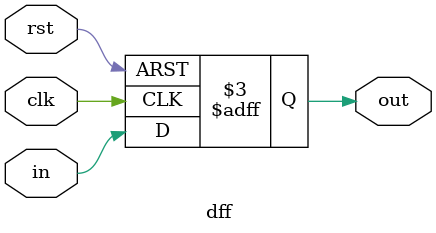
<source format=v>
module dff(clk, rst, in,out);
    input in,clk,rst;
    output reg out;

    always @(posedge clk or negedge rst)begin
        if (!rst) out <= 0;
        else out <= in;
    end
endmodule
</source>
